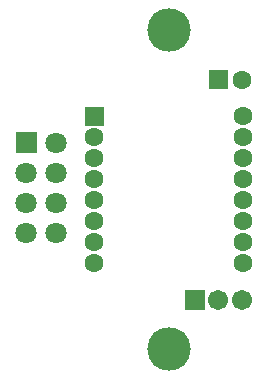
<source format=gbs>
G04 Layer: BottomSolderMaskLayer*
G04 EasyEDA v6.4.20.6, 2021-07-31T12:59:30+08:00*
G04 153d8ea1f4684e84bb4c1cd47195d1c2,dc0dc03e7b3a4ea6afb4baf6e71cf47e,10*
G04 Gerber Generator version 0.2*
G04 Scale: 100 percent, Rotated: No, Reflected: No *
G04 Dimensions in inches *
G04 leading zeros omitted , absolute positions ,3 integer and 6 decimal *
%FSLAX36Y36*%
%MOIN*%

%ADD29C,0.0671*%
%ADD31C,0.0631*%
%ADD36C,0.0710*%
%ADD39C,0.0631*%
%ADD40C,0.1450*%

%LPD*%
G36*
X797700Y306500D02*
G01*
X797700Y373499D01*
X864799Y373499D01*
X864799Y306500D01*
G37*
D29*
G01*
X910000Y340000D03*
G01*
X988739Y340000D03*
G36*
X879099Y1043400D02*
G01*
X879099Y1106599D01*
X942200Y1106599D01*
X942200Y1043400D01*
G37*
D31*
G01*
X989369Y1075000D03*
G36*
X234499Y829499D02*
G01*
X234499Y900500D01*
X305500Y900500D01*
X305500Y829499D01*
G37*
D36*
G01*
X370000Y865000D03*
G01*
X270000Y765000D03*
G01*
X370000Y765000D03*
G01*
X270000Y665000D03*
G01*
X370000Y665000D03*
G01*
X270000Y565000D03*
G01*
X370000Y565000D03*
G36*
X465399Y922100D02*
G01*
X465399Y985300D01*
X528499Y985300D01*
X528499Y922100D01*
G37*
D39*
G01*
X496970Y883620D03*
G01*
X496970Y813539D03*
G01*
X496970Y743460D03*
G01*
X496970Y673389D03*
G01*
X496970Y603310D03*
G01*
X496970Y533229D03*
G01*
X496970Y463150D03*
G01*
X993029Y463150D03*
G01*
X993029Y533229D03*
G01*
X993029Y603310D03*
G01*
X993029Y673389D03*
G01*
X993029Y743460D03*
G01*
X993029Y813539D03*
G01*
X993029Y883620D03*
G01*
X993029Y953699D03*
D40*
G01*
X745000Y177010D03*
G01*
X745000Y1240000D03*
M02*

</source>
